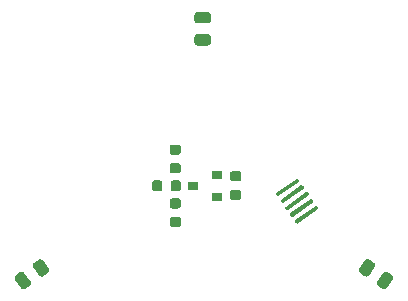
<source format=gbp>
G04 #@! TF.GenerationSoftware,KiCad,Pcbnew,(5.1.6)-1*
G04 #@! TF.CreationDate,2020-12-22T11:04:26+08:00*
G04 #@! TF.ProjectId,LED_A1.0,4c45445f-4131-42e3-902e-6b696361645f,rev?*
G04 #@! TF.SameCoordinates,Original*
G04 #@! TF.FileFunction,Paste,Bot*
G04 #@! TF.FilePolarity,Positive*
%FSLAX46Y46*%
G04 Gerber Fmt 4.6, Leading zero omitted, Abs format (unit mm)*
G04 Created by KiCad (PCBNEW (5.1.6)-1) date 2020-12-22 11:04:26*
%MOMM*%
%LPD*%
G01*
G04 APERTURE LIST*
%ADD10R,0.900000X0.800000*%
G04 APERTURE END LIST*
G36*
G01*
X33520900Y-29372850D02*
X33520900Y-29885350D01*
G75*
G02*
X33302150Y-30104100I-218750J0D01*
G01*
X32864650Y-30104100D01*
G75*
G02*
X32645900Y-29885350I0J218750D01*
G01*
X32645900Y-29372850D01*
G75*
G02*
X32864650Y-29154100I218750J0D01*
G01*
X33302150Y-29154100D01*
G75*
G02*
X33520900Y-29372850I0J-218750D01*
G01*
G37*
G36*
G01*
X35095900Y-29372850D02*
X35095900Y-29885350D01*
G75*
G02*
X34877150Y-30104100I-218750J0D01*
G01*
X34439650Y-30104100D01*
G75*
G02*
X34220900Y-29885350I0J218750D01*
G01*
X34220900Y-29372850D01*
G75*
G02*
X34439650Y-29154100I218750J0D01*
G01*
X34877150Y-29154100D01*
G75*
G02*
X35095900Y-29372850I0J-218750D01*
G01*
G37*
G36*
G01*
X34876450Y-27005800D02*
X34363950Y-27005800D01*
G75*
G02*
X34145200Y-26787050I0J218750D01*
G01*
X34145200Y-26349550D01*
G75*
G02*
X34363950Y-26130800I218750J0D01*
G01*
X34876450Y-26130800D01*
G75*
G02*
X35095200Y-26349550I0J-218750D01*
G01*
X35095200Y-26787050D01*
G75*
G02*
X34876450Y-27005800I-218750J0D01*
G01*
G37*
G36*
G01*
X34876450Y-28580800D02*
X34363950Y-28580800D01*
G75*
G02*
X34145200Y-28362050I0J218750D01*
G01*
X34145200Y-27924550D01*
G75*
G02*
X34363950Y-27705800I218750J0D01*
G01*
X34876450Y-27705800D01*
G75*
G02*
X35095200Y-27924550I0J-218750D01*
G01*
X35095200Y-28362050D01*
G75*
G02*
X34876450Y-28580800I-218750J0D01*
G01*
G37*
G36*
G01*
X34363950Y-32252400D02*
X34876450Y-32252400D01*
G75*
G02*
X35095200Y-32471150I0J-218750D01*
G01*
X35095200Y-32908650D01*
G75*
G02*
X34876450Y-33127400I-218750J0D01*
G01*
X34363950Y-33127400D01*
G75*
G02*
X34145200Y-32908650I0J218750D01*
G01*
X34145200Y-32471150D01*
G75*
G02*
X34363950Y-32252400I218750J0D01*
G01*
G37*
G36*
G01*
X34363950Y-30677400D02*
X34876450Y-30677400D01*
G75*
G02*
X35095200Y-30896150I0J-218750D01*
G01*
X35095200Y-31333650D01*
G75*
G02*
X34876450Y-31552400I-218750J0D01*
G01*
X34363950Y-31552400D01*
G75*
G02*
X34145200Y-31333650I0J218750D01*
G01*
X34145200Y-30896150D01*
G75*
G02*
X34363950Y-30677400I218750J0D01*
G01*
G37*
G36*
G01*
X39469350Y-29953700D02*
X39981850Y-29953700D01*
G75*
G02*
X40200600Y-30172450I0J-218750D01*
G01*
X40200600Y-30609950D01*
G75*
G02*
X39981850Y-30828700I-218750J0D01*
G01*
X39469350Y-30828700D01*
G75*
G02*
X39250600Y-30609950I0J218750D01*
G01*
X39250600Y-30172450D01*
G75*
G02*
X39469350Y-29953700I218750J0D01*
G01*
G37*
G36*
G01*
X39469350Y-28378700D02*
X39981850Y-28378700D01*
G75*
G02*
X40200600Y-28597450I0J-218750D01*
G01*
X40200600Y-29034950D01*
G75*
G02*
X39981850Y-29253700I-218750J0D01*
G01*
X39469350Y-29253700D01*
G75*
G02*
X39250600Y-29034950I0J218750D01*
G01*
X39250600Y-28597450D01*
G75*
G02*
X39469350Y-28378700I218750J0D01*
G01*
G37*
D10*
X36109400Y-29654500D03*
X38109400Y-30604500D03*
X38109400Y-28704500D03*
G36*
G01*
X21848687Y-37006471D02*
X22372076Y-37753948D01*
G75*
G02*
X22312217Y-38093425I-199668J-139809D01*
G01*
X21912880Y-38373043D01*
G75*
G02*
X21573403Y-38313184I-139809J199668D01*
G01*
X21050014Y-37565708D01*
G75*
G02*
X21109873Y-37226231I199668J139809D01*
G01*
X21509210Y-36946613D01*
G75*
G02*
X21848687Y-37006472I139809J-199668D01*
G01*
G37*
G36*
G01*
X23384597Y-35931015D02*
X23907986Y-36678492D01*
G75*
G02*
X23848127Y-37017969I-199668J-139809D01*
G01*
X23448790Y-37297587D01*
G75*
G02*
X23109313Y-37237728I-139809J199668D01*
G01*
X22585924Y-36490252D01*
G75*
G02*
X22645783Y-36150775I199668J139809D01*
G01*
X23045120Y-35871157D01*
G75*
G02*
X23384597Y-35931016I139809J-199668D01*
G01*
G37*
G36*
G01*
X37400550Y-15882200D02*
X36488050Y-15882200D01*
G75*
G02*
X36244300Y-15638450I0J243750D01*
G01*
X36244300Y-15150950D01*
G75*
G02*
X36488050Y-14907200I243750J0D01*
G01*
X37400550Y-14907200D01*
G75*
G02*
X37644300Y-15150950I0J-243750D01*
G01*
X37644300Y-15638450D01*
G75*
G02*
X37400550Y-15882200I-243750J0D01*
G01*
G37*
G36*
G01*
X37400550Y-17757200D02*
X36488050Y-17757200D01*
G75*
G02*
X36244300Y-17513450I0J243750D01*
G01*
X36244300Y-17025950D01*
G75*
G02*
X36488050Y-16782200I243750J0D01*
G01*
X37400550Y-16782200D01*
G75*
G02*
X37644300Y-17025950I0J-243750D01*
G01*
X37644300Y-17513450D01*
G75*
G02*
X37400550Y-17757200I-243750J0D01*
G01*
G37*
G36*
G01*
X51719724Y-37741248D02*
X52243113Y-36993772D01*
G75*
G02*
X52582590Y-36933913I199668J-139809D01*
G01*
X52981927Y-37213531D01*
G75*
G02*
X53041786Y-37553008I-139809J-199668D01*
G01*
X52518397Y-38300484D01*
G75*
G02*
X52178920Y-38360343I-199668J139809D01*
G01*
X51779583Y-38080725D01*
G75*
G02*
X51719724Y-37741248I139809J199668D01*
G01*
G37*
G36*
G01*
X50183814Y-36665792D02*
X50707203Y-35918316D01*
G75*
G02*
X51046680Y-35858457I199668J-139809D01*
G01*
X51446017Y-36138075D01*
G75*
G02*
X51505876Y-36477552I-139809J-199668D01*
G01*
X50982487Y-37225028D01*
G75*
G02*
X50643010Y-37284887I-199668J139809D01*
G01*
X50243673Y-37005269D01*
G75*
G02*
X50183814Y-36665792I139809J199668D01*
G01*
G37*
G36*
G01*
X44353178Y-31960287D02*
X46093876Y-30741437D01*
G75*
G02*
X46215740Y-30762925I50188J-71676D01*
G01*
X46316116Y-30906277D01*
G75*
G02*
X46294628Y-31028141I-71676J-50188D01*
G01*
X44553930Y-32246991D01*
G75*
G02*
X44432066Y-32225503I-50188J71676D01*
G01*
X44331690Y-32082151D01*
G75*
G02*
X44353178Y-31960287I71676J50188D01*
G01*
G37*
G36*
G01*
X43951675Y-31386881D02*
X45692373Y-30168031D01*
G75*
G02*
X45814237Y-30189519I50188J-71676D01*
G01*
X45914613Y-30332871D01*
G75*
G02*
X45893125Y-30454735I-71676J-50188D01*
G01*
X44152427Y-31673585D01*
G75*
G02*
X44030563Y-31652097I-50188J71676D01*
G01*
X43930187Y-31508745D01*
G75*
G02*
X43951675Y-31386881I71676J50188D01*
G01*
G37*
G36*
G01*
X43550171Y-30813474D02*
X45290869Y-29594624D01*
G75*
G02*
X45412733Y-29616112I50188J-71676D01*
G01*
X45513109Y-29759464D01*
G75*
G02*
X45491621Y-29881328I-71676J-50188D01*
G01*
X43750923Y-31100178D01*
G75*
G02*
X43629059Y-31078690I-50188J71676D01*
G01*
X43528683Y-30935338D01*
G75*
G02*
X43550171Y-30813474I71676J50188D01*
G01*
G37*
G36*
G01*
X44754682Y-32533693D02*
X46495380Y-31314843D01*
G75*
G02*
X46617244Y-31336331I50188J-71676D01*
G01*
X46717620Y-31479683D01*
G75*
G02*
X46696132Y-31601547I-71676J-50188D01*
G01*
X44955434Y-32820397D01*
G75*
G02*
X44833570Y-32798909I-50188J71676D01*
G01*
X44733194Y-32655557D01*
G75*
G02*
X44754682Y-32533693I71676J50188D01*
G01*
G37*
G36*
G01*
X43148668Y-30240068D02*
X44889366Y-29021218D01*
G75*
G02*
X45011230Y-29042706I50188J-71676D01*
G01*
X45111606Y-29186058D01*
G75*
G02*
X45090118Y-29307922I-71676J-50188D01*
G01*
X43349420Y-30526772D01*
G75*
G02*
X43227556Y-30505284I-50188J71676D01*
G01*
X43127180Y-30361932D01*
G75*
G02*
X43148668Y-30240068I71676J50188D01*
G01*
G37*
M02*

</source>
